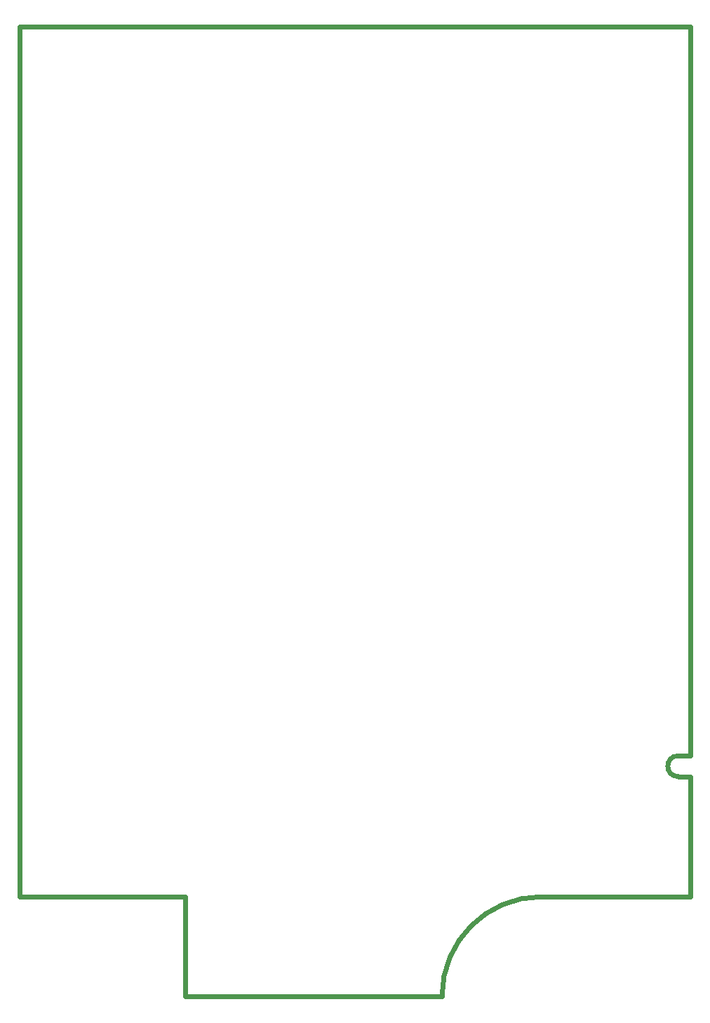
<source format=gm1>
G04 #@! TF.GenerationSoftware,KiCad,Pcbnew,(5.1.10-1-10_14)*
G04 #@! TF.CreationDate,2021-11-03T14:22:48+01:00*
G04 #@! TF.ProjectId,hi-board,68692d62-6f61-4726-942e-6b696361645f,rev?*
G04 #@! TF.SameCoordinates,Original*
G04 #@! TF.FileFunction,Profile,NP*
%FSLAX46Y46*%
G04 Gerber Fmt 4.6, Leading zero omitted, Abs format (unit mm)*
G04 Created by KiCad (PCBNEW (5.1.10-1-10_14)) date 2021-11-03 14:22:48*
%MOMM*%
%LPD*%
G01*
G04 APERTURE LIST*
G04 #@! TA.AperFunction,Profile*
%ADD10C,0.600000*%
G04 #@! TD*
G04 APERTURE END LIST*
D10*
X81000000Y26500000D02*
X79500000Y26500000D01*
X81000000Y29000000D02*
X79500000Y29000000D01*
X79500000Y26500000D02*
G75*
G02*
X79500000Y29000000I0J1250000D01*
G01*
X81000000Y117000000D02*
X81000000Y29000000D01*
X81000000Y12000000D02*
X81000000Y26500000D01*
X81000000Y12000000D02*
X63000000Y12000000D01*
X51000000Y0D02*
G75*
G02*
X63000000Y12000000I12000000J0D01*
G01*
X20000000Y12000000D02*
X0Y12000000D01*
X20000000Y0D02*
X20000000Y12000000D01*
X20000000Y0D02*
X51000000Y0D01*
X0Y117000000D02*
X81000000Y117000000D01*
X0Y117000000D02*
X0Y12000000D01*
M02*

</source>
